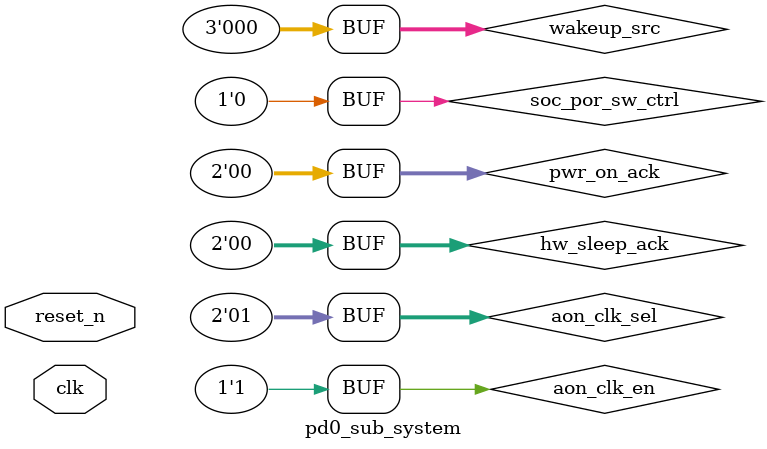
<source format=sv>
`timescale 1ns/1ps

module pd0_sub_system (
    input  wire clk,       // Possibly the main system clock
    input  wire reset_n    // Main system reset (active-low)
    // Other top-level I/Os as needed
);

    //---------------------------------------------------------------------
    // 1) APB Master signals (driven by some external master or testbench)
    //---------------------------------------------------------------------
    wire [31:0] PADDR_M;
    wire        PWRITE_M;
    wire        PSEL_M;
    wire        PENABLE_M;
    wire [31:0] PWDATA_M;
    wire [31:0] PRDATA_M;
    wire        PREADY_M;
    wire        PSLVERR_M;

    //---------------------------------------------------------------------
    // 2) APB Bus Slave Interfaces
    //---------------------------------------------------------------------
    // Slave 0 (AON/regfile)
    wire        PSEL_S0;
    wire        PENABLE_S0;
    wire [31:0] PADDR_S0;
    wire        PWRITE_S0;
    wire [31:0] PWDATA_S0;
    wire [31:0] PRDATA_S0;
    wire        PREADY_S0;
    wire        PSLVERR_S0;

    // Slave 1 (Power Controller)
    wire        PSEL_S1;
    wire        PENABLE_S1;
    wire [31:0] PADDR_S1;
    wire        PWRITE_S1;
    wire [31:0] PWDATA_S1;
    wire [31:0] PRDATA_S1;
    wire        PREADY_S1;
    wire        PSLVERR_S1;

    // Slave 2 (AON Timer)
    wire        PSEL_S2;
    wire        PENABLE_S2;
    wire [3:0]  PADDR_S2;  // Could be 32 bits, but using 4 here
    wire        PWRITE_S2;
    wire [31:0] PWDATA_S2;
    wire [31:0] PRDATA_S2;
    wire        PREADY_S2;
    wire        PSLVERR_S2;

    // Slave 3 (BrownOut Detector)
    wire        PSEL_S3;
    wire        PENABLE_S3;
    wire [31:0] PADDR_S3;
    wire        PWRITE_S3;
    wire [31:0] PWDATA_S3;
    wire [31:0] PRDATA_S3;
    wire        PREADY_S3;
    wire        PSLVERR_S3;

    //---------------------------------------------------------------------
    // 3) APB Bus
    //---------------------------------------------------------------------
    // Make sure your 'apb_bus' module has 4 slave ports (S0..S3).
    apb_bus u_apb_bus (
        // Bus clock/reset
        .PCLK         (clk),
        .PRESETn      (reset_n),

        // APB Master
        .PADDR_M      (PADDR_M),
        .PWRITE_M     (PWRITE_M),
        .PSEL_M       (PSEL_M),
        .PENABLE_M    (PENABLE_M),
        .PWDATA_M     (PWDATA_M),
        .PRDATA_M     (PRDATA_M),
        .PREADY_M     (PREADY_M),
        .PSLVERR_M    (PSLVERR_M),

        // Slave 0 - AON Regfile
        .PSEL_S0      (PSEL_S0),
        .PENABLE_S0   (PENABLE_S0),
        .PADDR_S0     (PADDR_S0),
        .PWRITE_S0    (PWRITE_S0),
        .PWDATA_S0    (PWDATA_S0),
        .PRDATA_S0    (PRDATA_S0),
        .PREADY_S0    (PREADY_S0),
        .PSLVERR_S0   (PSLVERR_S0),

        // Slave 1 - Power Controller
        .PSEL_S1      (PSEL_S1),
        .PENABLE_S1   (PENABLE_S1),
        .PADDR_S1     (PADDR_S1),
        .PWRITE_S1    (PWRITE_S1),
        .PWDATA_S1    (PWDATA_S1),
        .PRDATA_S1    (PRDATA_S1),
        .PREADY_S1    (PREADY_S1),
        .PSLVERR_S1   (PSLVERR_S1),

        // Slave 2 - AON Timer
        .PSEL_S2      (PSEL_S2),
        .PENABLE_S2   (PENABLE_S2),
        .PADDR_S2     (PADDR_S2),
        .PWRITE_S2    (PWRITE_S2),
        .PWDATA_S2    (PWDATA_S2),
        .PRDATA_S2    (PRDATA_S2),
        .PREADY_S2    (PREADY_S2),
        .PSLVERR_S2   (PSLVERR_S2),

        // Slave 3 - BrownOut Detector
        .PSEL_S3      (PSEL_S3),
        .PENABLE_S3   (PENABLE_S3),
        .PADDR_S3     (PADDR_S3),
        .PWRITE_S3    (PWRITE_S3),
        .PWDATA_S3    (PWDATA_S3),
        .PRDATA_S3    (PRDATA_S3),
        .PREADY_S3    (PREADY_S3),
        .PSLVERR_S3   (PSLVERR_S3)
    );

    //---------------------------------------------------------------------
    // 4) Power Controller signals
    //---------------------------------------------------------------------
    wire [2:0] wakeup_src     = 3'b000; 
    wire [1:0] hw_sleep_ack   = 2'b00;  
    wire [1:0] pwr_on_ack     = 2'b00;  

    // Outputs from Power Controller
    wire        dcdc_enable;
    wire [1:0]  top_hw_sleep_req;
    wire [1:0]  top_pwr_on_req;
    wire [1:0]  top_clk_en;
    wire [1:0]  top_iso;
    wire [1:0]  top_ret;
    wire [1:0]  top_rstn;

    //---------------------------------------------------------------------
    // 5) PMU Model (Now with BOD-related signals)
    //---------------------------------------------------------------------
    wire pmu_dcdc_ready;
    wire VDD_AON;
    wire VDD_SOC;

    // Low-power clock outputs
    wire clk_32k_rc;
    wire clk_32k_xtal;
    wire clk_rc_prog;

    // Brownout / Reset signals
    wire [7:0] V_TH1_CFG;      // from bod_ctrl
    wire [7:0] V_TH2_CFG;      // from bod_ctrl
    wire pmu_vwarn;            // to bod_ctrl
    wire bor_event_int;        // optional debug or NMI
    wire bor_event_int_clr;    // from bod_ctrl
    wire soc_por_rst_n;        // combined power-on reset
    wire soc_por_sw_ctrl = 1'b0; // example tie-off for SW-driven reset

    pmu_model u_pmu_model (
        // Power Control
        .pmu_dcdc_en       (dcdc_enable),
        .pmu_dcdc_ready    (pmu_dcdc_ready),

        // Power Supplies
        .VDD_AON           (VDD_AON),
        .VDD_SOC           (VDD_SOC),

        // Clock Control
        .clk_32k_xtal_en   (1'b1),      // always enable for example
        .clk_rc_prog_en    (1'b0),      // disabled for example
        .clk_rc_prog_freq  (3'b010),    // ~1MHz in the model

        .clk_32k_rc        (clk_32k_rc),
        .clk_32k_xtal      (clk_32k_xtal),
        .clk_rc_prog       (clk_rc_prog),

        // Brownout Detection & Reset
        .V_TH1_CFG         (V_TH1_CFG),       // from bod_ctrl registers
        .V_TH2_CFG         (V_TH2_CFG),       // from bod_ctrl registers
        .pmu_vwarn         (pmu_vwarn),       // to bod_ctrl
        .bor_event_int     (bor_event_int),   // optional debug or NMI
        .bor_event_int_clr (bor_event_int_clr), 
        .soc_por_rst_n     (soc_por_rst_n),
        .soc_por_sw_ctrl   (soc_por_sw_ctrl)
    );

    //---------------------------------------------------------------------
    // 6) AON Clock/Reset Generator
    //---------------------------------------------------------------------
    wire [1:0] aon_clk_sel = 2'b01; // 00=rc, 01=xtal, 10=rc_prog, etc.
    wire       aon_clk_en  = 1'b1;  // 1=enabled

    wire clk_aon;
    wire reset_aon_n; // active-low AON reset

    aon_clkreset_gen u_aon_clkreset_gen (
        // Low-power clock inputs
        .i_clk_32k_rc      (clk_32k_rc),
        .i_clk_32k_xtal    (clk_32k_xtal),
        .i_clk_rc_prog     (clk_rc_prog),

        // Resets in
        .i_reset_n         (reset_n),
        .i_soc_por_rst_n   (soc_por_rst_n),

        // Control
        .i_clk_sel         (aon_clk_sel),
        .i_clk_en          (aon_clk_en),

        // Outputs
        .o_clk_aon         (clk_aon),
        .o_reset_aon_n     (reset_aon_n)
    );

    //---------------------------------------------------------------------
    // 7) Power Controller (APB Slave 1), in the AON domain
    //---------------------------------------------------------------------
    top_powcntrl #(
        .N(2),
        .M(3),
        .DATA_WIDTH(32),
        .ADDR_WIDTH(32)
    ) u_top_powcntrl (
        // APB Interface
        .i_pwrite_top   (PWRITE_S1),
        .i_pwdata_top   (PWDATA_S1),
        .i_paddr_top    (PADDR_S1),
        .i_psel_top     (PSEL_S1),
        .i_penable_top  (PENABLE_S1),
        .o_prdata_top   (PRDATA_S1),
        .o_pslverr_top  (PSLVERR_S1),
        .o_pready_top   (PREADY_S1),

        // AON clock/reset
        .i_aon_clk      (clk_aon),
        // If the internal logic is active-high reset, invert here:
        .i_soc_pwr_on_rst(~reset_aon_n),

        // Wakeup & power ack
        .i_wakeup_src   (wakeup_src),
        .i_hw_sleep_ack (hw_sleep_ack),
        .i_pwr_on_ack   (pwr_on_ack),

        // Outputs
        .o_dcdc_enable  (dcdc_enable),
        .o_hw_sleep_req (top_hw_sleep_req),
        .o_pwr_on_req   (top_pwr_on_req),
        .o_clk_en       (top_clk_en),
        .o_iso          (top_iso),
        .o_ret          (top_ret),
        .o_rstn         (top_rstn)
    );

    //---------------------------------------------------------------------
    // 8) AON Regfile (APB Slave 0), in the AON domain
    //---------------------------------------------------------------------
    aon_regfile #(
        .DATA_WIDTH(32),
        .ADDR_WIDTH(32)
    ) u_aon_regfile (
        .PCLK      (clk_aon),
        .PRESETn   (reset_aon_n),
        .PSEL      (PSEL_S0),
        .PENABLE   (PENABLE_S0),
        .PWRITE    (PWRITE_S0),
        .PADDR     (PADDR_S0),
        .PWDATA    (PWDATA_S0),
        .PRDATA    (PRDATA_S0),
        .PREADY    (PREADY_S0),
        .PSLVERR   (PSLVERR_S0)
    );

    //---------------------------------------------------------------------
    // 9) AON Timer (APB Slave 2), in the AON domain
    //---------------------------------------------------------------------
    aon_timer #(
        .DATA_WIDTH(32),
        .ADDR_WIDTH(4)
    ) u_aon_timer (
        .PCLK      (clk_aon),
        .PRESETn   (reset_aon_n),
        .PSEL      (PSEL_S2),
        .PENABLE   (PENABLE_S2),
        .PWRITE    (PWRITE_S2),
        .PADDR     (PADDR_S2),
        .PWDATA    (PWDATA_S2),
        .PRDATA    (PRDATA_S2),
        .PREADY    (PREADY_S2),
        .PSLVERR   (PSLVERR_S2)
    );

    //---------------------------------------------------------------------
    // 10) BrownOut Detector (BOD) Digital Control Logic (APB Slave 3)
    //---------------------------------------------------------------------
    wire bod_int;  // optional CPU interrupt from BOD

    bod_ctrl u_bod_ctrl (
        // AON clock/reset
        .CLK    (clk_aon),
        .RST_N  (reset_aon_n),

        // APB Slave Interface
        .psel   (PSEL_S3),
        .penable(PENABLE_S3),
        .pwrite (PWRITE_S3),
        .paddr  (PADDR_S3),
        .pwdata (PWDATA_S3),
        .prdata (PRDATA_S3),
        .pready (PREADY_S3),
        .pslverr(PSLVERR_S3),

        // BOD-specific
        .PMU_VWARN         (pmu_vwarn),         // from PMU
        .BOD_INT           (bod_int),           // route to CPU if desired
        .BOR_EVENT_INT_CLR (bor_event_int_clr), // to PMU
        .V_TH1_CFG         (V_TH1_CFG),         // to PMU
        .V_TH2_CFG         (V_TH2_CFG)          // to PMU
    );

endmodule

</source>
